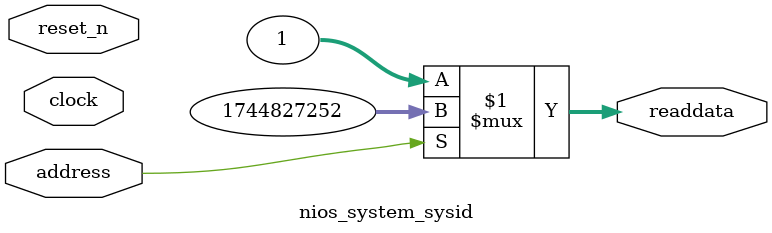
<source format=v>



// synthesis translate_off
`timescale 1ns / 1ps
// synthesis translate_on

// turn off superfluous verilog processor warnings 
// altera message_level Level1 
// altera message_off 10034 10035 10036 10037 10230 10240 10030 

module nios_system_sysid (
               // inputs:
                address,
                clock,
                reset_n,

               // outputs:
                readdata
             )
;

  output  [ 31: 0] readdata;
  input            address;
  input            clock;
  input            reset_n;

  wire    [ 31: 0] readdata;
  //control_slave, which is an e_avalon_slave
  assign readdata = address ? 1744827252 : 1;

endmodule



</source>
